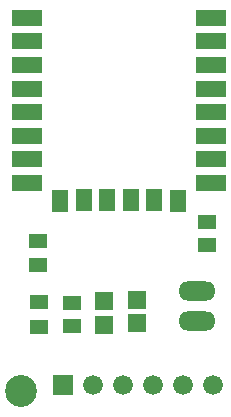
<source format=gts>
G04 Layer: TopSolderMaskLayer*
G04 EasyEDA v6.5.51, 2025-11-13 11:14:40*
G04 bf1f3799a3224107ae82f300eded96c1,09fcd8053ca944d09a55be336b12f992,10*
G04 Gerber Generator version 0.2*
G04 Scale: 100 percent, Rotated: No, Reflected: No *
G04 Dimensions in millimeters *
G04 leading zeros omitted , absolute positions ,4 integer and 5 decimal *
%FSLAX45Y45*%
%MOMM*%

%AMMACRO1*4,1,8,-0.6961,-0.7559,-0.7258,-0.7259,-0.7258,0.7262,-0.6961,0.7559,0.6958,0.7559,0.7258,0.7262,0.7258,-0.7259,0.6958,-0.7559,-0.6961,-0.7559,0*%
%AMMACRO2*4,1,8,-0.6961,-0.7558,-0.7258,-0.7258,-0.7258,0.7261,-0.6961,0.7558,0.6958,0.7558,0.7258,0.7261,0.7258,-0.7258,0.6958,-0.7558,-0.6961,-0.7558,0*%
%AMMACRO3*4,1,8,-0.8085,-0.8382,-0.8382,-0.8082,-0.8382,0.8085,-0.8085,0.8382,0.8082,0.8382,0.8382,0.8085,0.8382,-0.8082,0.8082,-0.8382,-0.8085,-0.8382,0*%
%AMMACRO4*4,1,8,-0.7209,-0.5508,-0.7506,-0.5208,-0.7506,0.5211,-0.7209,0.5508,0.7206,0.5508,0.7506,0.5211,0.7506,-0.5208,0.7206,-0.5508,-0.7209,-0.5508,0*%
%AMMACRO5*4,1,8,-1.2711,-0.7008,-1.3009,-0.6708,-1.3009,0.6711,-1.2711,0.7008,1.2709,0.7008,1.3009,0.6711,1.3009,-0.6708,1.2709,-0.7008,-1.2711,-0.7008,0*%
%AMMACRO6*4,1,8,-0.6712,-0.9507,-0.7009,-0.9207,-0.7009,0.921,-0.6712,0.9507,0.6709,0.9507,0.7009,0.921,0.7009,-0.9207,0.6709,-0.9507,-0.6712,-0.9507,0*%
%AMMACRO7*4,1,8,-0.6712,-0.9507,-0.7009,-0.9208,-0.7009,0.921,-0.6712,0.9507,0.6709,0.9507,0.7009,0.921,0.7009,-0.9208,0.6709,-0.9507,-0.6712,-0.9507,0*%
%AMMACRO8*4,1,8,-0.7097,-0.6171,-0.7394,-0.5871,-0.7394,0.5874,-0.7097,0.6171,0.7094,0.6171,0.7394,0.5874,0.7394,-0.5871,0.7094,-0.6171,-0.7097,-0.6171,0*%
%ADD10C,2.7032*%
%ADD11MACRO1*%
%ADD12MACRO2*%
%ADD13C,1.6764*%
%ADD14MACRO3*%
%ADD15C,0.0166*%
%ADD16MACRO4*%
%ADD17MACRO5*%
%ADD18MACRO6*%
%ADD19MACRO7*%
%ADD20O,3.1496X1.6256*%
%ADD21MACRO8*%

%LPD*%
D10*
G01*
X304800Y-3365500D03*
D11*
G01*
X1003312Y-2605100D03*
D12*
G01*
X1003312Y-2805112D03*
G01*
X1282712Y-2792412D03*
D11*
G01*
X1282712Y-2592400D03*
D13*
G01*
X1930400Y-3314700D03*
G01*
X1676400Y-3314700D03*
G01*
X1422400Y-3314700D03*
G01*
X1168400Y-3314700D03*
G01*
X914400Y-3314700D03*
D14*
G01*
X660400Y-3314700D03*
D16*
G01*
X457200Y-2612783D03*
G01*
X457200Y-2822841D03*
D17*
G01*
X355307Y-203911D03*
G01*
X355307Y-403910D03*
G01*
X355307Y-603910D03*
G01*
X355307Y-803910D03*
G01*
X355307Y-1003909D03*
G01*
X355307Y-1203909D03*
G01*
X355307Y-1403908D03*
G01*
X355307Y-1603908D03*
D18*
G01*
X630186Y-1751914D03*
G01*
X830186Y-1751761D03*
G01*
X1030185Y-1751812D03*
G01*
X1230185Y-1751812D03*
G01*
X1430185Y-1751812D03*
D19*
G01*
X1630184Y-1751888D03*
D17*
G01*
X1905292Y-1603908D03*
G01*
X1905292Y-1403883D03*
G01*
X1905292Y-1203883D03*
G01*
X1905292Y-1003884D03*
G01*
X1905292Y-803884D03*
G01*
X1905292Y-603885D03*
G01*
X1905292Y-403885D03*
G01*
X1905292Y-203885D03*
D20*
G01*
X1790700Y-2768600D03*
G01*
X1790700Y-2514600D03*
D21*
G01*
X1879600Y-2132012D03*
G01*
X1879600Y-1931987D03*
G01*
X444500Y-2297112D03*
G01*
X444500Y-2097087D03*
G01*
X736600Y-2617787D03*
G01*
X736600Y-2817812D03*
M02*

</source>
